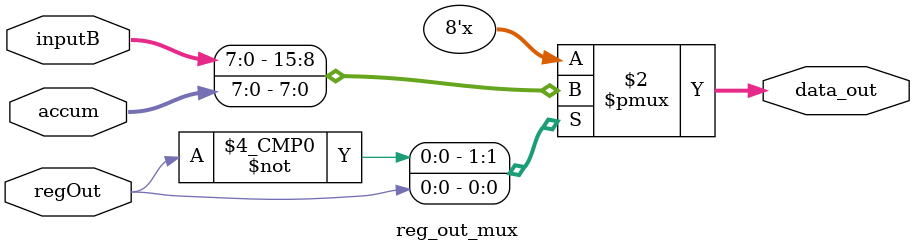
<source format=sv>
module reg_out_mux (
	input [7:0] inputB,
				accum,
	input 		regOut,
	output logic [7:0] data_out
);
	always_comb begin
	    case (regOut)
		    1'b0: data_out = inputB;
		    1'b1: data_out = accum;
	    endcase
      end

endmodule
</source>
